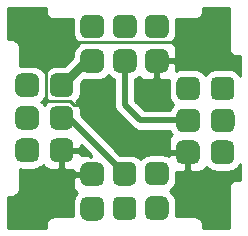
<source format=gbr>
%TF.GenerationSoftware,KiCad,Pcbnew,(5.1.10)-1*%
%TF.CreationDate,2021-06-06T01:41:03+08:00*%
%TF.ProjectId,WS2812B1,57533238-3132-4423-912e-6b696361645f,rev?*%
%TF.SameCoordinates,Original*%
%TF.FileFunction,Copper,L2,Bot*%
%TF.FilePolarity,Positive*%
%FSLAX46Y46*%
G04 Gerber Fmt 4.6, Leading zero omitted, Abs format (unit mm)*
G04 Created by KiCad (PCBNEW (5.1.10)-1) date 2021-06-06 01:41:03*
%MOMM*%
%LPD*%
G01*
G04 APERTURE LIST*
%TA.AperFunction,ViaPad*%
%ADD10C,0.800000*%
%TD*%
%TA.AperFunction,Conductor*%
%ADD11C,0.254000*%
%TD*%
%TA.AperFunction,Conductor*%
%ADD12C,0.762000*%
%TD*%
%TA.AperFunction,Conductor*%
%ADD13C,0.508000*%
%TD*%
%TA.AperFunction,Conductor*%
%ADD14C,0.350000*%
%TD*%
%TA.AperFunction,Conductor*%
%ADD15C,0.025400*%
%TD*%
%ADD16C,0.350000*%
G04 APERTURE END LIST*
%TO.P,R12,2*%
%TO.N,Net-(R12-Pad2)*%
%TA.AperFunction,ConnectorPad*%
G36*
G01*
X68160000Y-78250000D02*
X68160000Y-77250000D01*
G75*
G02*
X68660000Y-76750000I500000J0D01*
G01*
X69660000Y-76750000D01*
G75*
G02*
X70160000Y-77250000I0J-500000D01*
G01*
X70160000Y-78250000D01*
G75*
G02*
X69660000Y-78750000I-500000J0D01*
G01*
X68660000Y-78750000D01*
G75*
G02*
X68160000Y-78250000I0J500000D01*
G01*
G37*
%TD.AperFunction*%
%TO.P,R12,1*%
%TO.N,GND*%
%TA.AperFunction,ConnectorPad*%
G36*
G01*
X68160000Y-81170000D02*
X68160000Y-80170000D01*
G75*
G02*
X68660000Y-79670000I500000J0D01*
G01*
X69660000Y-79670000D01*
G75*
G02*
X70160000Y-80170000I0J-500000D01*
G01*
X70160000Y-81170000D01*
G75*
G02*
X69660000Y-81670000I-500000J0D01*
G01*
X68660000Y-81670000D01*
G75*
G02*
X68160000Y-81170000I0J500000D01*
G01*
G37*
%TD.AperFunction*%
%TD*%
%TO.P,R11,2*%
%TO.N,Net-(R11-Pad2)*%
%TA.AperFunction,ConnectorPad*%
G36*
G01*
X58680000Y-86490000D02*
X57680000Y-86490000D01*
G75*
G02*
X57180000Y-85990000I0J500000D01*
G01*
X57180000Y-84990000D01*
G75*
G02*
X57680000Y-84490000I500000J0D01*
G01*
X58680000Y-84490000D01*
G75*
G02*
X59180000Y-84990000I0J-500000D01*
G01*
X59180000Y-85990000D01*
G75*
G02*
X58680000Y-86490000I-500000J0D01*
G01*
G37*
%TD.AperFunction*%
%TO.P,R11,1*%
%TO.N,/in-rgb*%
%TA.AperFunction,ConnectorPad*%
G36*
G01*
X61600000Y-86490000D02*
X60600000Y-86490000D01*
G75*
G02*
X60100000Y-85990000I0J500000D01*
G01*
X60100000Y-84990000D01*
G75*
G02*
X60600000Y-84490000I500000J0D01*
G01*
X61600000Y-84490000D01*
G75*
G02*
X62100000Y-84990000I0J-500000D01*
G01*
X62100000Y-85990000D01*
G75*
G02*
X61600000Y-86490000I-500000J0D01*
G01*
G37*
%TD.AperFunction*%
%TD*%
%TO.P,R10,2*%
%TO.N,Net-(R10-Pad2)*%
%TA.AperFunction,ConnectorPad*%
G36*
G01*
X74230000Y-82000000D02*
X75230000Y-82000000D01*
G75*
G02*
X75730000Y-82500000I0J-500000D01*
G01*
X75730000Y-83500000D01*
G75*
G02*
X75230000Y-84000000I-500000J0D01*
G01*
X74230000Y-84000000D01*
G75*
G02*
X73730000Y-83500000I0J500000D01*
G01*
X73730000Y-82500000D01*
G75*
G02*
X74230000Y-82000000I500000J0D01*
G01*
G37*
%TD.AperFunction*%
%TO.P,R10,1*%
%TO.N,+5V*%
%TA.AperFunction,ConnectorPad*%
G36*
G01*
X71310000Y-82000000D02*
X72310000Y-82000000D01*
G75*
G02*
X72810000Y-82500000I0J-500000D01*
G01*
X72810000Y-83500000D01*
G75*
G02*
X72310000Y-84000000I-500000J0D01*
G01*
X71310000Y-84000000D01*
G75*
G02*
X70810000Y-83500000I0J500000D01*
G01*
X70810000Y-82500000D01*
G75*
G02*
X71310000Y-82000000I500000J0D01*
G01*
G37*
%TD.AperFunction*%
%TD*%
%TO.P,R9,2*%
%TO.N,Net-(R9-Pad2)*%
%TA.AperFunction,ConnectorPad*%
G36*
G01*
X74210000Y-87400000D02*
X75210000Y-87400000D01*
G75*
G02*
X75710000Y-87900000I0J-500000D01*
G01*
X75710000Y-88900000D01*
G75*
G02*
X75210000Y-89400000I-500000J0D01*
G01*
X74210000Y-89400000D01*
G75*
G02*
X73710000Y-88900000I0J500000D01*
G01*
X73710000Y-87900000D01*
G75*
G02*
X74210000Y-87400000I500000J0D01*
G01*
G37*
%TD.AperFunction*%
%TO.P,R9,1*%
%TO.N,GND*%
%TA.AperFunction,ConnectorPad*%
G36*
G01*
X71290000Y-87400000D02*
X72290000Y-87400000D01*
G75*
G02*
X72790000Y-87900000I0J-500000D01*
G01*
X72790000Y-88900000D01*
G75*
G02*
X72290000Y-89400000I-500000J0D01*
G01*
X71290000Y-89400000D01*
G75*
G02*
X70790000Y-88900000I0J500000D01*
G01*
X70790000Y-87900000D01*
G75*
G02*
X71290000Y-87400000I500000J0D01*
G01*
G37*
%TD.AperFunction*%
%TD*%
%TO.P,R8,1*%
%TO.N,/in-rgb*%
%TA.AperFunction,ConnectorPad*%
G36*
G01*
X67440000Y-89730000D02*
X67440000Y-90730000D01*
G75*
G02*
X66940000Y-91230000I-500000J0D01*
G01*
X65940000Y-91230000D01*
G75*
G02*
X65440000Y-90730000I0J500000D01*
G01*
X65440000Y-89730000D01*
G75*
G02*
X65940000Y-89230000I500000J0D01*
G01*
X66940000Y-89230000D01*
G75*
G02*
X67440000Y-89730000I0J-500000D01*
G01*
G37*
%TD.AperFunction*%
%TO.P,R8,2*%
%TO.N,Net-(R8-Pad2)*%
%TA.AperFunction,ConnectorPad*%
G36*
G01*
X67440000Y-92650000D02*
X67440000Y-93650000D01*
G75*
G02*
X66940000Y-94150000I-500000J0D01*
G01*
X65940000Y-94150000D01*
G75*
G02*
X65440000Y-93650000I0J500000D01*
G01*
X65440000Y-92650000D01*
G75*
G02*
X65940000Y-92150000I500000J0D01*
G01*
X66940000Y-92150000D01*
G75*
G02*
X67440000Y-92650000I0J-500000D01*
G01*
G37*
%TD.AperFunction*%
%TD*%
%TO.P,R7,2*%
%TO.N,Net-(R7-Pad2)*%
%TA.AperFunction,ConnectorPad*%
G36*
G01*
X62690000Y-78250000D02*
X62690000Y-77250000D01*
G75*
G02*
X63190000Y-76750000I500000J0D01*
G01*
X64190000Y-76750000D01*
G75*
G02*
X64690000Y-77250000I0J-500000D01*
G01*
X64690000Y-78250000D01*
G75*
G02*
X64190000Y-78750000I-500000J0D01*
G01*
X63190000Y-78750000D01*
G75*
G02*
X62690000Y-78250000I0J500000D01*
G01*
G37*
%TD.AperFunction*%
%TO.P,R7,1*%
%TO.N,+5V*%
%TA.AperFunction,ConnectorPad*%
G36*
G01*
X62690000Y-81170000D02*
X62690000Y-80170000D01*
G75*
G02*
X63190000Y-79670000I500000J0D01*
G01*
X64190000Y-79670000D01*
G75*
G02*
X64690000Y-80170000I0J-500000D01*
G01*
X64690000Y-81170000D01*
G75*
G02*
X64190000Y-81670000I-500000J0D01*
G01*
X63190000Y-81670000D01*
G75*
G02*
X62690000Y-81170000I0J500000D01*
G01*
G37*
%TD.AperFunction*%
%TD*%
%TO.P,R6,2*%
%TO.N,Net-(R6-Pad2)*%
%TA.AperFunction,ConnectorPad*%
G36*
G01*
X64690000Y-92680000D02*
X64690000Y-93680000D01*
G75*
G02*
X64190000Y-94180000I-500000J0D01*
G01*
X63190000Y-94180000D01*
G75*
G02*
X62690000Y-93680000I0J500000D01*
G01*
X62690000Y-92680000D01*
G75*
G02*
X63190000Y-92180000I500000J0D01*
G01*
X64190000Y-92180000D01*
G75*
G02*
X64690000Y-92680000I0J-500000D01*
G01*
G37*
%TD.AperFunction*%
%TO.P,R6,1*%
%TO.N,GND*%
%TA.AperFunction,ConnectorPad*%
G36*
G01*
X64690000Y-89760000D02*
X64690000Y-90760000D01*
G75*
G02*
X64190000Y-91260000I-500000J0D01*
G01*
X63190000Y-91260000D01*
G75*
G02*
X62690000Y-90760000I0J500000D01*
G01*
X62690000Y-89760000D01*
G75*
G02*
X63190000Y-89260000I500000J0D01*
G01*
X64190000Y-89260000D01*
G75*
G02*
X64690000Y-89760000I0J-500000D01*
G01*
G37*
%TD.AperFunction*%
%TD*%
%TO.P,R5,2*%
%TO.N,Net-(R5-Pad2)*%
%TA.AperFunction,ConnectorPad*%
G36*
G01*
X74240000Y-84710000D02*
X75240000Y-84710000D01*
G75*
G02*
X75740000Y-85210000I0J-500000D01*
G01*
X75740000Y-86210000D01*
G75*
G02*
X75240000Y-86710000I-500000J0D01*
G01*
X74240000Y-86710000D01*
G75*
G02*
X73740000Y-86210000I0J500000D01*
G01*
X73740000Y-85210000D01*
G75*
G02*
X74240000Y-84710000I500000J0D01*
G01*
G37*
%TD.AperFunction*%
%TO.P,R5,1*%
%TO.N,/out-rgb*%
%TA.AperFunction,ConnectorPad*%
G36*
G01*
X71320000Y-84710000D02*
X72320000Y-84710000D01*
G75*
G02*
X72820000Y-85210000I0J-500000D01*
G01*
X72820000Y-86210000D01*
G75*
G02*
X72320000Y-86710000I-500000J0D01*
G01*
X71320000Y-86710000D01*
G75*
G02*
X70820000Y-86210000I0J500000D01*
G01*
X70820000Y-85210000D01*
G75*
G02*
X71320000Y-84710000I500000J0D01*
G01*
G37*
%TD.AperFunction*%
%TD*%
%TO.P,R4,2*%
%TO.N,Net-(R4-Pad2)*%
%TA.AperFunction,ConnectorPad*%
G36*
G01*
X70160000Y-92630000D02*
X70160000Y-93630000D01*
G75*
G02*
X69660000Y-94130000I-500000J0D01*
G01*
X68660000Y-94130000D01*
G75*
G02*
X68160000Y-93630000I0J500000D01*
G01*
X68160000Y-92630000D01*
G75*
G02*
X68660000Y-92130000I500000J0D01*
G01*
X69660000Y-92130000D01*
G75*
G02*
X70160000Y-92630000I0J-500000D01*
G01*
G37*
%TD.AperFunction*%
%TO.P,R4,1*%
%TO.N,+5V*%
%TA.AperFunction,ConnectorPad*%
G36*
G01*
X70160000Y-89710000D02*
X70160000Y-90710000D01*
G75*
G02*
X69660000Y-91210000I-500000J0D01*
G01*
X68660000Y-91210000D01*
G75*
G02*
X68160000Y-90710000I0J500000D01*
G01*
X68160000Y-89710000D01*
G75*
G02*
X68660000Y-89210000I500000J0D01*
G01*
X69660000Y-89210000D01*
G75*
G02*
X70160000Y-89710000I0J-500000D01*
G01*
G37*
%TD.AperFunction*%
%TD*%
%TO.P,R3,2*%
%TO.N,Net-(R3-Pad2)*%
%TA.AperFunction,ConnectorPad*%
G36*
G01*
X58680000Y-89230000D02*
X57680000Y-89230000D01*
G75*
G02*
X57180000Y-88730000I0J500000D01*
G01*
X57180000Y-87730000D01*
G75*
G02*
X57680000Y-87230000I500000J0D01*
G01*
X58680000Y-87230000D01*
G75*
G02*
X59180000Y-87730000I0J-500000D01*
G01*
X59180000Y-88730000D01*
G75*
G02*
X58680000Y-89230000I-500000J0D01*
G01*
G37*
%TD.AperFunction*%
%TO.P,R3,1*%
%TO.N,GND*%
%TA.AperFunction,ConnectorPad*%
G36*
G01*
X61600000Y-89230000D02*
X60600000Y-89230000D01*
G75*
G02*
X60100000Y-88730000I0J500000D01*
G01*
X60100000Y-87730000D01*
G75*
G02*
X60600000Y-87230000I500000J0D01*
G01*
X61600000Y-87230000D01*
G75*
G02*
X62100000Y-87730000I0J-500000D01*
G01*
X62100000Y-88730000D01*
G75*
G02*
X61600000Y-89230000I-500000J0D01*
G01*
G37*
%TD.AperFunction*%
%TD*%
%TO.P,R2,1*%
%TO.N,/out-rgb*%
%TA.AperFunction,ConnectorPad*%
G36*
G01*
X65450000Y-81170000D02*
X65450000Y-80170000D01*
G75*
G02*
X65950000Y-79670000I500000J0D01*
G01*
X66950000Y-79670000D01*
G75*
G02*
X67450000Y-80170000I0J-500000D01*
G01*
X67450000Y-81170000D01*
G75*
G02*
X66950000Y-81670000I-500000J0D01*
G01*
X65950000Y-81670000D01*
G75*
G02*
X65450000Y-81170000I0J500000D01*
G01*
G37*
%TD.AperFunction*%
%TO.P,R2,2*%
%TO.N,Net-(R2-Pad2)*%
%TA.AperFunction,ConnectorPad*%
G36*
G01*
X65450000Y-78250000D02*
X65450000Y-77250000D01*
G75*
G02*
X65950000Y-76750000I500000J0D01*
G01*
X66950000Y-76750000D01*
G75*
G02*
X67450000Y-77250000I0J-500000D01*
G01*
X67450000Y-78250000D01*
G75*
G02*
X66950000Y-78750000I-500000J0D01*
G01*
X65950000Y-78750000D01*
G75*
G02*
X65450000Y-78250000I0J500000D01*
G01*
G37*
%TD.AperFunction*%
%TD*%
%TO.P,R1,2*%
%TO.N,Net-(R1-Pad2)*%
%TA.AperFunction,ConnectorPad*%
G36*
G01*
X58680000Y-83720000D02*
X57680000Y-83720000D01*
G75*
G02*
X57180000Y-83220000I0J500000D01*
G01*
X57180000Y-82220000D01*
G75*
G02*
X57680000Y-81720000I500000J0D01*
G01*
X58680000Y-81720000D01*
G75*
G02*
X59180000Y-82220000I0J-500000D01*
G01*
X59180000Y-83220000D01*
G75*
G02*
X58680000Y-83720000I-500000J0D01*
G01*
G37*
%TD.AperFunction*%
%TO.P,R1,1*%
%TO.N,+5V*%
%TA.AperFunction,ConnectorPad*%
G36*
G01*
X61600000Y-83720000D02*
X60600000Y-83720000D01*
G75*
G02*
X60100000Y-83220000I0J500000D01*
G01*
X60100000Y-82220000D01*
G75*
G02*
X60600000Y-81720000I500000J0D01*
G01*
X61600000Y-81720000D01*
G75*
G02*
X62100000Y-82220000I0J-500000D01*
G01*
X62100000Y-83220000D01*
G75*
G02*
X61600000Y-83720000I-500000J0D01*
G01*
G37*
%TD.AperFunction*%
%TD*%
D10*
%TO.N,GND*%
X63660000Y-90440000D03*
X65050000Y-86940000D03*
X60980000Y-92270000D03*
X71520000Y-78820000D03*
X64600000Y-84360000D03*
X68110000Y-83650000D03*
X61910000Y-79410000D03*
%TO.N,+5V*%
X71740000Y-83030000D03*
X61150000Y-82870000D03*
X69130000Y-90240000D03*
%TO.N,/in-rgb*%
X61100000Y-85490000D03*
%TO.N,/out-rgb*%
X71770000Y-85680000D03*
%TD*%
D11*
%TO.N,GND*%
X71262990Y-79077010D02*
X62242990Y-79077010D01*
X71520000Y-78820000D02*
X71262990Y-79077010D01*
X62242990Y-79077010D02*
X61910000Y-79410000D01*
X61826580Y-84047010D02*
X59927010Y-84047010D01*
X62139570Y-84360000D02*
X61826580Y-84047010D01*
X64600000Y-84360000D02*
X62139570Y-84360000D01*
X59772990Y-81547010D02*
X61910000Y-79410000D01*
X59772990Y-83892990D02*
X59772990Y-81547010D01*
X59927010Y-84047010D02*
X59772990Y-83892990D01*
D12*
%TO.N,+5V*%
X63150000Y-80670000D02*
X61100000Y-82720000D01*
X63690000Y-80670000D02*
X63150000Y-80670000D01*
X71770000Y-83000000D02*
X71740000Y-83030000D01*
X71810000Y-83000000D02*
X71770000Y-83000000D01*
X69160000Y-90210000D02*
X69130000Y-90240000D01*
D13*
%TO.N,/in-rgb*%
X61700000Y-85490000D02*
X61100000Y-85490000D01*
X66440000Y-90230000D02*
X61700000Y-85490000D01*
%TO.N,/out-rgb*%
X66450000Y-80670000D02*
X66450000Y-84390000D01*
X67770000Y-85710000D02*
X71820000Y-85710000D01*
X66450000Y-84390000D02*
X67770000Y-85710000D01*
%TD*%
D11*
%TO.N,GND*%
X65145262Y-81974738D02*
X65317721Y-82116272D01*
X65514479Y-82221441D01*
X65561000Y-82235553D01*
X65561001Y-84346330D01*
X65556700Y-84390000D01*
X65573864Y-84564274D01*
X65624698Y-84731852D01*
X65707248Y-84886291D01*
X65784381Y-84980277D01*
X65818342Y-85021659D01*
X65852259Y-85049494D01*
X67110506Y-86307741D01*
X67138341Y-86341659D01*
X67273709Y-86452753D01*
X67428149Y-86535303D01*
X67522758Y-86564002D01*
X67595725Y-86586136D01*
X67612325Y-86587771D01*
X67726333Y-86599000D01*
X67726340Y-86599000D01*
X67770000Y-86603300D01*
X67813660Y-86599000D01*
X70254447Y-86599000D01*
X70268559Y-86645521D01*
X70373728Y-86842279D01*
X70411922Y-86888818D01*
X70338815Y-86948815D01*
X70259463Y-87045506D01*
X70200498Y-87155820D01*
X70164188Y-87275518D01*
X70151928Y-87400000D01*
X70155000Y-88114250D01*
X70313750Y-88273000D01*
X71663000Y-88273000D01*
X71663000Y-88253000D01*
X71917000Y-88253000D01*
X71917000Y-88273000D01*
X71937000Y-88273000D01*
X71937000Y-88527000D01*
X71917000Y-88527000D01*
X71917000Y-89876250D01*
X72075750Y-90035000D01*
X72790000Y-90038072D01*
X72914482Y-90025812D01*
X73034180Y-89989502D01*
X73144494Y-89930537D01*
X73241185Y-89851185D01*
X73320537Y-89754494D01*
X73370060Y-89661844D01*
X73405262Y-89704738D01*
X73577721Y-89846272D01*
X73774479Y-89951441D01*
X73987973Y-90016204D01*
X74210000Y-90038072D01*
X75210000Y-90038072D01*
X75432027Y-90016204D01*
X75645521Y-89951441D01*
X75842279Y-89846272D01*
X76014738Y-89704738D01*
X76156272Y-89532279D01*
X76240001Y-89375633D01*
X76240000Y-90740000D01*
X75932419Y-90740000D01*
X75900000Y-90736807D01*
X75867581Y-90740000D01*
X75770617Y-90749550D01*
X75646207Y-90787290D01*
X75531550Y-90848575D01*
X75431052Y-90931052D01*
X75348575Y-91031550D01*
X75287290Y-91146207D01*
X75249550Y-91270617D01*
X75236807Y-91400000D01*
X75240001Y-91432429D01*
X75240000Y-94840000D01*
X73060000Y-94840000D01*
X73060000Y-94532419D01*
X73063193Y-94500000D01*
X73050450Y-94370617D01*
X73012710Y-94246207D01*
X72951425Y-94131550D01*
X72868948Y-94031052D01*
X72768450Y-93948575D01*
X72653793Y-93887290D01*
X72529383Y-93849550D01*
X72432419Y-93840000D01*
X72400000Y-93836807D01*
X72367581Y-93840000D01*
X70777389Y-93840000D01*
X70798072Y-93630000D01*
X70798072Y-92630000D01*
X70776204Y-92407973D01*
X70711441Y-92194479D01*
X70606272Y-91997721D01*
X70464738Y-91825262D01*
X70292279Y-91683728D01*
X70266596Y-91670000D01*
X70292279Y-91656272D01*
X70464738Y-91514738D01*
X70606272Y-91342279D01*
X70711441Y-91145521D01*
X70776204Y-90932027D01*
X70798072Y-90710000D01*
X70798072Y-90038037D01*
X71504250Y-90035000D01*
X71663000Y-89876250D01*
X71663000Y-88527000D01*
X70313750Y-88527000D01*
X70155000Y-88685750D01*
X70154980Y-88690341D01*
X70095521Y-88658559D01*
X69882027Y-88593796D01*
X69660000Y-88571928D01*
X68660000Y-88571928D01*
X68437973Y-88593796D01*
X68224479Y-88658559D01*
X68027721Y-88763728D01*
X67855262Y-88905262D01*
X67791793Y-88982599D01*
X67744738Y-88925262D01*
X67572279Y-88783728D01*
X67375521Y-88678559D01*
X67162027Y-88613796D01*
X66940000Y-88591928D01*
X66059163Y-88591928D01*
X62738072Y-85270837D01*
X62738072Y-84990000D01*
X62716204Y-84767973D01*
X62651441Y-84554479D01*
X62546272Y-84357721D01*
X62404738Y-84185262D01*
X62306939Y-84105000D01*
X62404738Y-84024738D01*
X62546272Y-83852279D01*
X62651441Y-83655521D01*
X62716204Y-83442027D01*
X62738072Y-83220000D01*
X62738072Y-82518768D01*
X62970398Y-82286443D01*
X63190000Y-82308072D01*
X64190000Y-82308072D01*
X64412027Y-82286204D01*
X64625521Y-82221441D01*
X64822279Y-82116272D01*
X64994738Y-81974738D01*
X65070000Y-81883031D01*
X65145262Y-81974738D01*
%TA.AperFunction,Conductor*%
D14*
G36*
X65145262Y-81974738D02*
G01*
X65317721Y-82116272D01*
X65514479Y-82221441D01*
X65561000Y-82235553D01*
X65561001Y-84346330D01*
X65556700Y-84390000D01*
X65573864Y-84564274D01*
X65624698Y-84731852D01*
X65707248Y-84886291D01*
X65784381Y-84980277D01*
X65818342Y-85021659D01*
X65852259Y-85049494D01*
X67110506Y-86307741D01*
X67138341Y-86341659D01*
X67273709Y-86452753D01*
X67428149Y-86535303D01*
X67522758Y-86564002D01*
X67595725Y-86586136D01*
X67612325Y-86587771D01*
X67726333Y-86599000D01*
X67726340Y-86599000D01*
X67770000Y-86603300D01*
X67813660Y-86599000D01*
X70254447Y-86599000D01*
X70268559Y-86645521D01*
X70373728Y-86842279D01*
X70411922Y-86888818D01*
X70338815Y-86948815D01*
X70259463Y-87045506D01*
X70200498Y-87155820D01*
X70164188Y-87275518D01*
X70151928Y-87400000D01*
X70155000Y-88114250D01*
X70313750Y-88273000D01*
X71663000Y-88273000D01*
X71663000Y-88253000D01*
X71917000Y-88253000D01*
X71917000Y-88273000D01*
X71937000Y-88273000D01*
X71937000Y-88527000D01*
X71917000Y-88527000D01*
X71917000Y-89876250D01*
X72075750Y-90035000D01*
X72790000Y-90038072D01*
X72914482Y-90025812D01*
X73034180Y-89989502D01*
X73144494Y-89930537D01*
X73241185Y-89851185D01*
X73320537Y-89754494D01*
X73370060Y-89661844D01*
X73405262Y-89704738D01*
X73577721Y-89846272D01*
X73774479Y-89951441D01*
X73987973Y-90016204D01*
X74210000Y-90038072D01*
X75210000Y-90038072D01*
X75432027Y-90016204D01*
X75645521Y-89951441D01*
X75842279Y-89846272D01*
X76014738Y-89704738D01*
X76156272Y-89532279D01*
X76240001Y-89375633D01*
X76240000Y-90740000D01*
X75932419Y-90740000D01*
X75900000Y-90736807D01*
X75867581Y-90740000D01*
X75770617Y-90749550D01*
X75646207Y-90787290D01*
X75531550Y-90848575D01*
X75431052Y-90931052D01*
X75348575Y-91031550D01*
X75287290Y-91146207D01*
X75249550Y-91270617D01*
X75236807Y-91400000D01*
X75240001Y-91432429D01*
X75240000Y-94840000D01*
X73060000Y-94840000D01*
X73060000Y-94532419D01*
X73063193Y-94500000D01*
X73050450Y-94370617D01*
X73012710Y-94246207D01*
X72951425Y-94131550D01*
X72868948Y-94031052D01*
X72768450Y-93948575D01*
X72653793Y-93887290D01*
X72529383Y-93849550D01*
X72432419Y-93840000D01*
X72400000Y-93836807D01*
X72367581Y-93840000D01*
X70777389Y-93840000D01*
X70798072Y-93630000D01*
X70798072Y-92630000D01*
X70776204Y-92407973D01*
X70711441Y-92194479D01*
X70606272Y-91997721D01*
X70464738Y-91825262D01*
X70292279Y-91683728D01*
X70266596Y-91670000D01*
X70292279Y-91656272D01*
X70464738Y-91514738D01*
X70606272Y-91342279D01*
X70711441Y-91145521D01*
X70776204Y-90932027D01*
X70798072Y-90710000D01*
X70798072Y-90038037D01*
X71504250Y-90035000D01*
X71663000Y-89876250D01*
X71663000Y-88527000D01*
X70313750Y-88527000D01*
X70155000Y-88685750D01*
X70154980Y-88690341D01*
X70095521Y-88658559D01*
X69882027Y-88593796D01*
X69660000Y-88571928D01*
X68660000Y-88571928D01*
X68437973Y-88593796D01*
X68224479Y-88658559D01*
X68027721Y-88763728D01*
X67855262Y-88905262D01*
X67791793Y-88982599D01*
X67744738Y-88925262D01*
X67572279Y-88783728D01*
X67375521Y-88678559D01*
X67162027Y-88613796D01*
X66940000Y-88591928D01*
X66059163Y-88591928D01*
X62738072Y-85270837D01*
X62738072Y-84990000D01*
X62716204Y-84767973D01*
X62651441Y-84554479D01*
X62546272Y-84357721D01*
X62404738Y-84185262D01*
X62306939Y-84105000D01*
X62404738Y-84024738D01*
X62546272Y-83852279D01*
X62651441Y-83655521D01*
X62716204Y-83442027D01*
X62738072Y-83220000D01*
X62738072Y-82518768D01*
X62970398Y-82286443D01*
X63190000Y-82308072D01*
X64190000Y-82308072D01*
X64412027Y-82286204D01*
X64625521Y-82221441D01*
X64822279Y-82116272D01*
X64994738Y-81974738D01*
X65070000Y-81883031D01*
X65145262Y-81974738D01*
G37*
%TD.AperFunction*%
D11*
X63577765Y-88625000D02*
X63562998Y-88625000D01*
X63562998Y-88783748D01*
X63404250Y-88625000D01*
X62735458Y-88622124D01*
X62735000Y-88515750D01*
X62576250Y-88357000D01*
X61227000Y-88357000D01*
X61227000Y-89706250D01*
X61385750Y-89865000D01*
X62054542Y-89867876D01*
X62055000Y-89974250D01*
X62213750Y-90133000D01*
X63563000Y-90133000D01*
X63563000Y-90113000D01*
X63817000Y-90113000D01*
X63817000Y-90133000D01*
X63837000Y-90133000D01*
X63837000Y-90387000D01*
X63817000Y-90387000D01*
X63817000Y-90407000D01*
X63563000Y-90407000D01*
X63563000Y-90387000D01*
X62213750Y-90387000D01*
X62055000Y-90545750D01*
X62051928Y-91260000D01*
X62064188Y-91384482D01*
X62100498Y-91504180D01*
X62159463Y-91614494D01*
X62238815Y-91711185D01*
X62335506Y-91790537D01*
X62428156Y-91840060D01*
X62385262Y-91875262D01*
X62243728Y-92047721D01*
X62138559Y-92244479D01*
X62073796Y-92457973D01*
X62051928Y-92680000D01*
X62051928Y-93680000D01*
X62067687Y-93840000D01*
X60432419Y-93840000D01*
X60400000Y-93836807D01*
X60367581Y-93840000D01*
X60270617Y-93849550D01*
X60146207Y-93887290D01*
X60031550Y-93948575D01*
X59931052Y-94031052D01*
X59848575Y-94131550D01*
X59787290Y-94246207D01*
X59749550Y-94370617D01*
X59736807Y-94500000D01*
X59740001Y-94532429D01*
X59740001Y-94840000D01*
X56560000Y-94840000D01*
X56560000Y-92160000D01*
X56867581Y-92160000D01*
X56900000Y-92163193D01*
X56932419Y-92160000D01*
X57029383Y-92150450D01*
X57153793Y-92112710D01*
X57268450Y-92051425D01*
X57368948Y-91968948D01*
X57451425Y-91868450D01*
X57512710Y-91753793D01*
X57550450Y-91629383D01*
X57563193Y-91500000D01*
X57560000Y-91467581D01*
X57560000Y-89856253D01*
X57680000Y-89868072D01*
X58680000Y-89868072D01*
X58902027Y-89846204D01*
X59115521Y-89781441D01*
X59312279Y-89676272D01*
X59484738Y-89534738D01*
X59519940Y-89491844D01*
X59569463Y-89584494D01*
X59648815Y-89681185D01*
X59745506Y-89760537D01*
X59855820Y-89819502D01*
X59975518Y-89855812D01*
X60100000Y-89868072D01*
X60814250Y-89865000D01*
X60973000Y-89706250D01*
X60973000Y-88357000D01*
X60953000Y-88357000D01*
X60953000Y-88103000D01*
X60973000Y-88103000D01*
X60973000Y-88083000D01*
X61227000Y-88083000D01*
X61227000Y-88103000D01*
X62576250Y-88103000D01*
X62735000Y-87944250D01*
X62735694Y-87782929D01*
X63577765Y-88625000D01*
%TA.AperFunction,Conductor*%
D14*
G36*
X63577765Y-88625000D02*
G01*
X63562998Y-88625000D01*
X63562998Y-88783748D01*
X63404250Y-88625000D01*
X62735458Y-88622124D01*
X62735000Y-88515750D01*
X62576250Y-88357000D01*
X61227000Y-88357000D01*
X61227000Y-89706250D01*
X61385750Y-89865000D01*
X62054542Y-89867876D01*
X62055000Y-89974250D01*
X62213750Y-90133000D01*
X63563000Y-90133000D01*
X63563000Y-90113000D01*
X63817000Y-90113000D01*
X63817000Y-90133000D01*
X63837000Y-90133000D01*
X63837000Y-90387000D01*
X63817000Y-90387000D01*
X63817000Y-90407000D01*
X63563000Y-90407000D01*
X63563000Y-90387000D01*
X62213750Y-90387000D01*
X62055000Y-90545750D01*
X62051928Y-91260000D01*
X62064188Y-91384482D01*
X62100498Y-91504180D01*
X62159463Y-91614494D01*
X62238815Y-91711185D01*
X62335506Y-91790537D01*
X62428156Y-91840060D01*
X62385262Y-91875262D01*
X62243728Y-92047721D01*
X62138559Y-92244479D01*
X62073796Y-92457973D01*
X62051928Y-92680000D01*
X62051928Y-93680000D01*
X62067687Y-93840000D01*
X60432419Y-93840000D01*
X60400000Y-93836807D01*
X60367581Y-93840000D01*
X60270617Y-93849550D01*
X60146207Y-93887290D01*
X60031550Y-93948575D01*
X59931052Y-94031052D01*
X59848575Y-94131550D01*
X59787290Y-94246207D01*
X59749550Y-94370617D01*
X59736807Y-94500000D01*
X59740001Y-94532429D01*
X59740001Y-94840000D01*
X56560000Y-94840000D01*
X56560000Y-92160000D01*
X56867581Y-92160000D01*
X56900000Y-92163193D01*
X56932419Y-92160000D01*
X57029383Y-92150450D01*
X57153793Y-92112710D01*
X57268450Y-92051425D01*
X57368948Y-91968948D01*
X57451425Y-91868450D01*
X57512710Y-91753793D01*
X57550450Y-91629383D01*
X57563193Y-91500000D01*
X57560000Y-91467581D01*
X57560000Y-89856253D01*
X57680000Y-89868072D01*
X58680000Y-89868072D01*
X58902027Y-89846204D01*
X59115521Y-89781441D01*
X59312279Y-89676272D01*
X59484738Y-89534738D01*
X59519940Y-89491844D01*
X59569463Y-89584494D01*
X59648815Y-89681185D01*
X59745506Y-89760537D01*
X59855820Y-89819502D01*
X59975518Y-89855812D01*
X60100000Y-89868072D01*
X60814250Y-89865000D01*
X60973000Y-89706250D01*
X60973000Y-88357000D01*
X60953000Y-88357000D01*
X60953000Y-88103000D01*
X60973000Y-88103000D01*
X60973000Y-88083000D01*
X61227000Y-88083000D01*
X61227000Y-88103000D01*
X62576250Y-88103000D01*
X62735000Y-87944250D01*
X62735694Y-87782929D01*
X63577765Y-88625000D01*
G37*
%TD.AperFunction*%
D11*
X75240000Y-79567580D02*
X75236807Y-79600000D01*
X75249550Y-79729383D01*
X75287290Y-79853793D01*
X75348575Y-79968450D01*
X75416671Y-80051425D01*
X75431052Y-80068948D01*
X75531550Y-80151425D01*
X75646207Y-80212710D01*
X75770617Y-80250450D01*
X75900000Y-80263193D01*
X75932419Y-80260000D01*
X76240001Y-80260000D01*
X76240000Y-81986949D01*
X76176272Y-81867721D01*
X76034738Y-81695262D01*
X75862279Y-81553728D01*
X75665521Y-81448559D01*
X75452027Y-81383796D01*
X75230000Y-81361928D01*
X74230000Y-81361928D01*
X74007973Y-81383796D01*
X73794479Y-81448559D01*
X73597721Y-81553728D01*
X73425262Y-81695262D01*
X73283728Y-81867721D01*
X73270000Y-81893404D01*
X73256272Y-81867721D01*
X73114738Y-81695262D01*
X72942279Y-81553728D01*
X72745521Y-81448559D01*
X72532027Y-81383796D01*
X72310000Y-81361928D01*
X71310000Y-81361928D01*
X71087973Y-81383796D01*
X70874479Y-81448559D01*
X70797297Y-81489813D01*
X70795000Y-80955750D01*
X70636250Y-80797000D01*
X69287000Y-80797000D01*
X69287000Y-82146250D01*
X69445750Y-82305000D01*
X70160000Y-82308072D01*
X70191133Y-82305006D01*
X70171928Y-82500000D01*
X70171928Y-83500000D01*
X70193796Y-83722027D01*
X70258559Y-83935521D01*
X70363728Y-84132279D01*
X70505262Y-84304738D01*
X70571506Y-84359103D01*
X70515262Y-84405262D01*
X70373728Y-84577721D01*
X70268559Y-84774479D01*
X70254447Y-84821000D01*
X68138236Y-84821000D01*
X67339000Y-84021765D01*
X67339000Y-82235553D01*
X67385521Y-82221441D01*
X67582279Y-82116272D01*
X67655481Y-82056197D01*
X67708815Y-82121185D01*
X67805506Y-82200537D01*
X67915820Y-82259502D01*
X68035518Y-82295812D01*
X68160000Y-82308072D01*
X68874250Y-82305000D01*
X69033000Y-82146250D01*
X69033000Y-80797000D01*
X69013000Y-80797000D01*
X69013000Y-80543000D01*
X69033000Y-80543000D01*
X69033000Y-80523000D01*
X69287000Y-80523000D01*
X69287000Y-80543000D01*
X70636250Y-80543000D01*
X70795000Y-80384250D01*
X70798072Y-79670000D01*
X70785812Y-79545518D01*
X70749502Y-79425820D01*
X70690537Y-79315506D01*
X70611185Y-79218815D01*
X70514494Y-79139463D01*
X70421844Y-79089940D01*
X70464738Y-79054738D01*
X70606272Y-78882279D01*
X70711441Y-78685521D01*
X70776204Y-78472027D01*
X70798072Y-78250000D01*
X70798072Y-77250000D01*
X70789208Y-77160000D01*
X72367581Y-77160000D01*
X72400000Y-77163193D01*
X72432419Y-77160000D01*
X72529383Y-77150450D01*
X72653793Y-77112710D01*
X72768450Y-77051425D01*
X72868948Y-76968948D01*
X72951425Y-76868450D01*
X73012710Y-76753793D01*
X73050450Y-76629383D01*
X73063193Y-76500000D01*
X73060000Y-76467581D01*
X73060000Y-76160000D01*
X75240001Y-76160000D01*
X75240000Y-79567580D01*
%TA.AperFunction,Conductor*%
D14*
G36*
X75240000Y-79567580D02*
G01*
X75236807Y-79600000D01*
X75249550Y-79729383D01*
X75287290Y-79853793D01*
X75348575Y-79968450D01*
X75416671Y-80051425D01*
X75431052Y-80068948D01*
X75531550Y-80151425D01*
X75646207Y-80212710D01*
X75770617Y-80250450D01*
X75900000Y-80263193D01*
X75932419Y-80260000D01*
X76240001Y-80260000D01*
X76240000Y-81986949D01*
X76176272Y-81867721D01*
X76034738Y-81695262D01*
X75862279Y-81553728D01*
X75665521Y-81448559D01*
X75452027Y-81383796D01*
X75230000Y-81361928D01*
X74230000Y-81361928D01*
X74007973Y-81383796D01*
X73794479Y-81448559D01*
X73597721Y-81553728D01*
X73425262Y-81695262D01*
X73283728Y-81867721D01*
X73270000Y-81893404D01*
X73256272Y-81867721D01*
X73114738Y-81695262D01*
X72942279Y-81553728D01*
X72745521Y-81448559D01*
X72532027Y-81383796D01*
X72310000Y-81361928D01*
X71310000Y-81361928D01*
X71087973Y-81383796D01*
X70874479Y-81448559D01*
X70797297Y-81489813D01*
X70795000Y-80955750D01*
X70636250Y-80797000D01*
X69287000Y-80797000D01*
X69287000Y-82146250D01*
X69445750Y-82305000D01*
X70160000Y-82308072D01*
X70191133Y-82305006D01*
X70171928Y-82500000D01*
X70171928Y-83500000D01*
X70193796Y-83722027D01*
X70258559Y-83935521D01*
X70363728Y-84132279D01*
X70505262Y-84304738D01*
X70571506Y-84359103D01*
X70515262Y-84405262D01*
X70373728Y-84577721D01*
X70268559Y-84774479D01*
X70254447Y-84821000D01*
X68138236Y-84821000D01*
X67339000Y-84021765D01*
X67339000Y-82235553D01*
X67385521Y-82221441D01*
X67582279Y-82116272D01*
X67655481Y-82056197D01*
X67708815Y-82121185D01*
X67805506Y-82200537D01*
X67915820Y-82259502D01*
X68035518Y-82295812D01*
X68160000Y-82308072D01*
X68874250Y-82305000D01*
X69033000Y-82146250D01*
X69033000Y-80797000D01*
X69013000Y-80797000D01*
X69013000Y-80543000D01*
X69033000Y-80543000D01*
X69033000Y-80523000D01*
X69287000Y-80523000D01*
X69287000Y-80543000D01*
X70636250Y-80543000D01*
X70795000Y-80384250D01*
X70798072Y-79670000D01*
X70785812Y-79545518D01*
X70749502Y-79425820D01*
X70690537Y-79315506D01*
X70611185Y-79218815D01*
X70514494Y-79139463D01*
X70421844Y-79089940D01*
X70464738Y-79054738D01*
X70606272Y-78882279D01*
X70711441Y-78685521D01*
X70776204Y-78472027D01*
X70798072Y-78250000D01*
X70798072Y-77250000D01*
X70789208Y-77160000D01*
X72367581Y-77160000D01*
X72400000Y-77163193D01*
X72432419Y-77160000D01*
X72529383Y-77150450D01*
X72653793Y-77112710D01*
X72768450Y-77051425D01*
X72868948Y-76968948D01*
X72951425Y-76868450D01*
X73012710Y-76753793D01*
X73050450Y-76629383D01*
X73063193Y-76500000D01*
X73060000Y-76467581D01*
X73060000Y-76160000D01*
X75240001Y-76160000D01*
X75240000Y-79567580D01*
G37*
%TD.AperFunction*%
D11*
X59653728Y-83852279D02*
X59795262Y-84024738D01*
X59893061Y-84105000D01*
X59795262Y-84185262D01*
X59653728Y-84357721D01*
X59640000Y-84383404D01*
X59626272Y-84357721D01*
X59484738Y-84185262D01*
X59386939Y-84105000D01*
X59484738Y-84024738D01*
X59626272Y-83852279D01*
X59640000Y-83826596D01*
X59653728Y-83852279D01*
%TA.AperFunction,Conductor*%
D14*
G36*
X59653728Y-83852279D02*
G01*
X59795262Y-84024738D01*
X59893061Y-84105000D01*
X59795262Y-84185262D01*
X59653728Y-84357721D01*
X59640000Y-84383404D01*
X59626272Y-84357721D01*
X59484738Y-84185262D01*
X59386939Y-84105000D01*
X59484738Y-84024738D01*
X59626272Y-83852279D01*
X59640000Y-83826596D01*
X59653728Y-83852279D01*
G37*
%TD.AperFunction*%
D11*
X59740000Y-76467580D02*
X59736807Y-76500000D01*
X59749550Y-76629383D01*
X59787290Y-76753793D01*
X59848575Y-76868450D01*
X59931052Y-76968948D01*
X60031550Y-77051425D01*
X60146207Y-77112710D01*
X60270617Y-77150450D01*
X60400000Y-77163193D01*
X60432419Y-77160000D01*
X62060792Y-77160000D01*
X62051928Y-77250000D01*
X62051928Y-78250000D01*
X62073796Y-78472027D01*
X62138559Y-78685521D01*
X62243728Y-78882279D01*
X62385262Y-79054738D01*
X62557721Y-79196272D01*
X62583404Y-79210000D01*
X62557721Y-79223728D01*
X62385262Y-79365262D01*
X62243728Y-79537721D01*
X62138559Y-79734479D01*
X62073796Y-79947973D01*
X62051928Y-80170000D01*
X62051928Y-80331231D01*
X61301232Y-81081928D01*
X60600000Y-81081928D01*
X60377973Y-81103796D01*
X60164479Y-81168559D01*
X59967721Y-81273728D01*
X59795262Y-81415262D01*
X59653728Y-81587721D01*
X59640000Y-81613404D01*
X59626272Y-81587721D01*
X59484738Y-81415262D01*
X59312279Y-81273728D01*
X59115521Y-81168559D01*
X58902027Y-81103796D01*
X58680000Y-81081928D01*
X57680000Y-81081928D01*
X57560000Y-81093747D01*
X57560000Y-79532418D01*
X57563193Y-79500000D01*
X57550450Y-79370617D01*
X57512710Y-79246207D01*
X57451425Y-79131550D01*
X57368948Y-79031052D01*
X57268450Y-78948575D01*
X57153793Y-78887290D01*
X57029383Y-78849550D01*
X56932419Y-78840000D01*
X56900000Y-78836807D01*
X56867581Y-78840000D01*
X56560000Y-78840000D01*
X56560000Y-76160000D01*
X59740000Y-76160000D01*
X59740000Y-76467580D01*
%TA.AperFunction,Conductor*%
D14*
G36*
X59740000Y-76467580D02*
G01*
X59736807Y-76500000D01*
X59749550Y-76629383D01*
X59787290Y-76753793D01*
X59848575Y-76868450D01*
X59931052Y-76968948D01*
X60031550Y-77051425D01*
X60146207Y-77112710D01*
X60270617Y-77150450D01*
X60400000Y-77163193D01*
X60432419Y-77160000D01*
X62060792Y-77160000D01*
X62051928Y-77250000D01*
X62051928Y-78250000D01*
X62073796Y-78472027D01*
X62138559Y-78685521D01*
X62243728Y-78882279D01*
X62385262Y-79054738D01*
X62557721Y-79196272D01*
X62583404Y-79210000D01*
X62557721Y-79223728D01*
X62385262Y-79365262D01*
X62243728Y-79537721D01*
X62138559Y-79734479D01*
X62073796Y-79947973D01*
X62051928Y-80170000D01*
X62051928Y-80331231D01*
X61301232Y-81081928D01*
X60600000Y-81081928D01*
X60377973Y-81103796D01*
X60164479Y-81168559D01*
X59967721Y-81273728D01*
X59795262Y-81415262D01*
X59653728Y-81587721D01*
X59640000Y-81613404D01*
X59626272Y-81587721D01*
X59484738Y-81415262D01*
X59312279Y-81273728D01*
X59115521Y-81168559D01*
X58902027Y-81103796D01*
X58680000Y-81081928D01*
X57680000Y-81081928D01*
X57560000Y-81093747D01*
X57560000Y-79532418D01*
X57563193Y-79500000D01*
X57550450Y-79370617D01*
X57512710Y-79246207D01*
X57451425Y-79131550D01*
X57368948Y-79031052D01*
X57268450Y-78948575D01*
X57153793Y-78887290D01*
X57029383Y-78849550D01*
X56932419Y-78840000D01*
X56900000Y-78836807D01*
X56867581Y-78840000D01*
X56560000Y-78840000D01*
X56560000Y-76160000D01*
X59740000Y-76160000D01*
X59740000Y-76467580D01*
G37*
%TD.AperFunction*%
%TD*%
D11*
%TO.N,GND*%
X59740000Y-76467580D02*
X59736807Y-76500000D01*
X59749550Y-76629383D01*
X59787290Y-76753793D01*
X59848575Y-76868450D01*
X59931052Y-76968948D01*
X60031550Y-77051425D01*
X60146207Y-77112710D01*
X60270617Y-77150450D01*
X60400000Y-77163193D01*
X60432419Y-77160000D01*
X62060792Y-77160000D01*
X62051928Y-77250000D01*
X62051928Y-78250000D01*
X62073796Y-78472027D01*
X62138048Y-78683838D01*
X62141753Y-79728503D01*
X62138559Y-79734479D01*
X62073796Y-79947973D01*
X62058009Y-80108259D01*
X61050532Y-81081928D01*
X60600000Y-81081928D01*
X60377973Y-81103796D01*
X60164479Y-81168559D01*
X59967721Y-81273728D01*
X59828920Y-81387639D01*
X59448468Y-81385496D01*
X59312279Y-81273728D01*
X59115521Y-81168559D01*
X58902027Y-81103796D01*
X58680000Y-81081928D01*
X57680000Y-81081928D01*
X57560000Y-81093747D01*
X57560000Y-79532418D01*
X57563193Y-79500000D01*
X57550450Y-79370617D01*
X57512710Y-79246207D01*
X57451425Y-79131550D01*
X57385209Y-79050866D01*
X57384856Y-79046763D01*
X57377924Y-79022851D01*
X57366460Y-79000752D01*
X57350904Y-78981313D01*
X57331856Y-78965282D01*
X57310046Y-78953276D01*
X57286312Y-78945756D01*
X57268738Y-78943301D01*
X57257079Y-78942497D01*
X57153793Y-78887290D01*
X57029383Y-78849550D01*
X56932419Y-78840000D01*
X56900000Y-78836807D01*
X56867581Y-78840000D01*
X56560000Y-78840000D01*
X56560000Y-76226380D01*
X59740000Y-76217423D01*
X59740000Y-76467580D01*
%TA.AperFunction,Conductor*%
D14*
G36*
X59740000Y-76467580D02*
G01*
X59736807Y-76500000D01*
X59749550Y-76629383D01*
X59787290Y-76753793D01*
X59848575Y-76868450D01*
X59931052Y-76968948D01*
X60031550Y-77051425D01*
X60146207Y-77112710D01*
X60270617Y-77150450D01*
X60400000Y-77163193D01*
X60432419Y-77160000D01*
X62060792Y-77160000D01*
X62051928Y-77250000D01*
X62051928Y-78250000D01*
X62073796Y-78472027D01*
X62138048Y-78683838D01*
X62141753Y-79728503D01*
X62138559Y-79734479D01*
X62073796Y-79947973D01*
X62058009Y-80108259D01*
X61050532Y-81081928D01*
X60600000Y-81081928D01*
X60377973Y-81103796D01*
X60164479Y-81168559D01*
X59967721Y-81273728D01*
X59828920Y-81387639D01*
X59448468Y-81385496D01*
X59312279Y-81273728D01*
X59115521Y-81168559D01*
X58902027Y-81103796D01*
X58680000Y-81081928D01*
X57680000Y-81081928D01*
X57560000Y-81093747D01*
X57560000Y-79532418D01*
X57563193Y-79500000D01*
X57550450Y-79370617D01*
X57512710Y-79246207D01*
X57451425Y-79131550D01*
X57385209Y-79050866D01*
X57384856Y-79046763D01*
X57377924Y-79022851D01*
X57366460Y-79000752D01*
X57350904Y-78981313D01*
X57331856Y-78965282D01*
X57310046Y-78953276D01*
X57286312Y-78945756D01*
X57268738Y-78943301D01*
X57257079Y-78942497D01*
X57153793Y-78887290D01*
X57029383Y-78849550D01*
X56932419Y-78840000D01*
X56900000Y-78836807D01*
X56867581Y-78840000D01*
X56560000Y-78840000D01*
X56560000Y-76226380D01*
X59740000Y-76217423D01*
X59740000Y-76467580D01*
G37*
%TD.AperFunction*%
%TD*%
D15*
%TO.N,/in-rgb*%
X61347148Y-85174228D02*
X61348333Y-85174656D01*
X61422701Y-85197419D01*
X61423559Y-85197649D01*
X61495593Y-85214292D01*
X61495960Y-85214371D01*
X61566568Y-85228503D01*
X61636426Y-85243682D01*
X61706469Y-85263458D01*
X61777840Y-85291396D01*
X61851774Y-85331122D01*
X61929477Y-85386349D01*
X62002591Y-85452292D01*
X61661034Y-85793849D01*
X61629073Y-85767237D01*
X61626775Y-85765713D01*
X61586693Y-85745010D01*
X61583756Y-85743927D01*
X61544345Y-85734714D01*
X61541311Y-85734382D01*
X61502451Y-85734821D01*
X61499926Y-85735103D01*
X61461498Y-85743359D01*
X61459723Y-85743879D01*
X61421609Y-85758113D01*
X61420514Y-85758581D01*
X61382594Y-85776957D01*
X61382042Y-85777242D01*
X61344199Y-85797923D01*
X61344098Y-85797978D01*
X61306377Y-85819036D01*
X61276586Y-85834526D01*
X60918322Y-85490000D01*
X61277146Y-85144935D01*
X61347148Y-85174228D01*
%TA.AperFunction,Conductor*%
D14*
G36*
X61347148Y-85174228D02*
G01*
X61348333Y-85174656D01*
X61422701Y-85197419D01*
X61423559Y-85197649D01*
X61495593Y-85214292D01*
X61495960Y-85214371D01*
X61566568Y-85228503D01*
X61636426Y-85243682D01*
X61706469Y-85263458D01*
X61777840Y-85291396D01*
X61851774Y-85331122D01*
X61929477Y-85386349D01*
X62002591Y-85452292D01*
X61661034Y-85793849D01*
X61629073Y-85767237D01*
X61626775Y-85765713D01*
X61586693Y-85745010D01*
X61583756Y-85743927D01*
X61544345Y-85734714D01*
X61541311Y-85734382D01*
X61502451Y-85734821D01*
X61499926Y-85735103D01*
X61461498Y-85743359D01*
X61459723Y-85743879D01*
X61421609Y-85758113D01*
X61420514Y-85758581D01*
X61382594Y-85776957D01*
X61382042Y-85777242D01*
X61344199Y-85797923D01*
X61344098Y-85797978D01*
X61306377Y-85819036D01*
X61276586Y-85834526D01*
X60918322Y-85490000D01*
X61277146Y-85144935D01*
X61347148Y-85174228D01*
G37*
%TD.AperFunction*%
%TD*%
D15*
%TO.N,/out-rgb*%
X71950974Y-85664032D02*
X71624132Y-86038996D01*
X71573893Y-86020549D01*
X71573529Y-86020422D01*
X71520012Y-86002597D01*
X71519504Y-86002439D01*
X71468954Y-85987924D01*
X71468327Y-85987761D01*
X71418783Y-85976232D01*
X71418101Y-85976093D01*
X71367603Y-85967226D01*
X71366948Y-85967129D01*
X71313536Y-85960600D01*
X71312975Y-85960544D01*
X71254689Y-85956031D01*
X71254259Y-85956005D01*
X71189138Y-85953181D01*
X71188838Y-85953171D01*
X71114921Y-85951715D01*
X71114733Y-85951713D01*
X71042700Y-85951362D01*
X71042700Y-85468604D01*
X71107019Y-85468116D01*
X71107303Y-85468110D01*
X71174784Y-85466088D01*
X71175226Y-85466067D01*
X71234850Y-85462201D01*
X71235475Y-85462145D01*
X71288830Y-85456028D01*
X71289636Y-85455910D01*
X71338308Y-85447138D01*
X71339247Y-85446931D01*
X71384821Y-85435096D01*
X71385796Y-85434801D01*
X71429859Y-85419497D01*
X71430753Y-85419148D01*
X71474891Y-85399970D01*
X71475620Y-85399626D01*
X71521420Y-85376168D01*
X71521951Y-85375879D01*
X71563473Y-85352053D01*
X71950974Y-85664032D01*
%TA.AperFunction,Conductor*%
D14*
G36*
X71950974Y-85664032D02*
G01*
X71624132Y-86038996D01*
X71573893Y-86020549D01*
X71573529Y-86020422D01*
X71520012Y-86002597D01*
X71519504Y-86002439D01*
X71468954Y-85987924D01*
X71468327Y-85987761D01*
X71418783Y-85976232D01*
X71418101Y-85976093D01*
X71367603Y-85967226D01*
X71366948Y-85967129D01*
X71313536Y-85960600D01*
X71312975Y-85960544D01*
X71254689Y-85956031D01*
X71254259Y-85956005D01*
X71189138Y-85953181D01*
X71188838Y-85953171D01*
X71114921Y-85951715D01*
X71114733Y-85951713D01*
X71042700Y-85951362D01*
X71042700Y-85468604D01*
X71107019Y-85468116D01*
X71107303Y-85468110D01*
X71174784Y-85466088D01*
X71175226Y-85466067D01*
X71234850Y-85462201D01*
X71235475Y-85462145D01*
X71288830Y-85456028D01*
X71289636Y-85455910D01*
X71338308Y-85447138D01*
X71339247Y-85446931D01*
X71384821Y-85435096D01*
X71385796Y-85434801D01*
X71429859Y-85419497D01*
X71430753Y-85419148D01*
X71474891Y-85399970D01*
X71475620Y-85399626D01*
X71521420Y-85376168D01*
X71521951Y-85375879D01*
X71563473Y-85352053D01*
X71950974Y-85664032D01*
G37*
%TD.AperFunction*%
%TD*%
D16*
X63660000Y-90440000D03*
X65050000Y-86940000D03*
X60980000Y-92270000D03*
X71520000Y-78820000D03*
X64600000Y-84360000D03*
X68110000Y-83650000D03*
X61910000Y-79410000D03*
X71740000Y-83030000D03*
X61150000Y-82870000D03*
X69130000Y-90240000D03*
X61100000Y-85490000D03*
X71770000Y-85680000D03*
M02*

</source>
